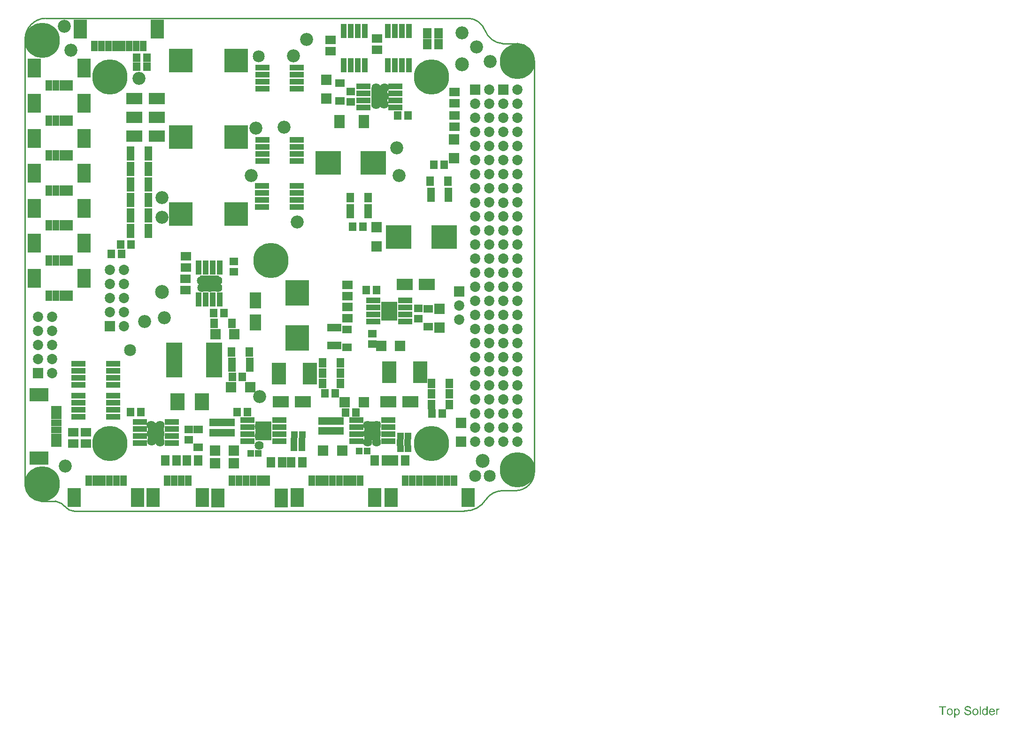
<source format=gts>
G04*
G04 #@! TF.GenerationSoftware,Altium Limited,Altium Designer,18.1.7 (191)*
G04*
G04 Layer_Color=8388736*
%FSLAX25Y25*%
%MOIN*%
G70*
G01*
G75*
%ADD11C,0.01000*%
%ADD58R,0.05731X0.06715*%
%ADD59C,0.09843*%
%ADD60R,0.17935X0.17148*%
%ADD61R,0.11203X0.13211*%
%ADD62R,0.10061X0.04156*%
%ADD63R,0.17148X0.17148*%
%ADD64R,0.11243X0.08093*%
%ADD65R,0.07400X0.06124*%
%ADD66R,0.05534X0.06124*%
%ADD67R,0.06715X0.05731*%
%ADD68R,0.09274X0.13211*%
%ADD69R,0.04550X0.07699*%
%ADD70R,0.06124X0.07400*%
%ADD71R,0.07400X0.07400*%
%ADD72R,0.10061X0.15180*%
%ADD73R,0.06124X0.05534*%
%ADD74R,0.07400X0.07400*%
%ADD75R,0.17148X0.17935*%
%ADD76R,0.04550X0.04550*%
%ADD77R,0.05731X0.10061*%
%ADD78R,0.13211X0.11203*%
%ADD79R,0.04156X0.10061*%
%ADD80R,0.10061X0.05731*%
%ADD81R,0.09900X0.12199*%
%ADD82R,0.07699X0.09668*%
%ADD83R,0.13211X0.09274*%
%ADD84R,0.07699X0.04550*%
%ADD85R,0.04943X0.04943*%
%ADD86R,0.08093X0.11243*%
%ADD87R,0.11636X0.25022*%
%ADD88C,0.25022*%
%ADD89R,0.07306X0.07306*%
%ADD90C,0.07306*%
%ADD91C,0.08487*%
%ADD92C,0.09274*%
%ADD93C,0.06400*%
G36*
X669437Y-138584D02*
X669501D01*
X669674Y-138602D01*
X669866Y-138629D01*
X670066Y-138675D01*
X670285Y-138730D01*
X670485Y-138803D01*
X670494D01*
X670512Y-138812D01*
X670540Y-138830D01*
X670576Y-138848D01*
X670667Y-138894D01*
X670786Y-138976D01*
X670922Y-139067D01*
X671059Y-139185D01*
X671187Y-139322D01*
X671305Y-139477D01*
Y-139486D01*
X671314Y-139495D01*
X671332Y-139522D01*
X671350Y-139550D01*
X671396Y-139641D01*
X671451Y-139759D01*
X671515Y-139905D01*
X671560Y-140078D01*
X671606Y-140260D01*
X671624Y-140461D01*
X670822Y-140524D01*
Y-140515D01*
Y-140497D01*
X670813Y-140470D01*
X670804Y-140424D01*
X670777Y-140324D01*
X670740Y-140187D01*
X670685Y-140041D01*
X670604Y-139896D01*
X670503Y-139759D01*
X670376Y-139631D01*
X670358Y-139622D01*
X670312Y-139586D01*
X670221Y-139531D01*
X670103Y-139477D01*
X669948Y-139422D01*
X669765Y-139367D01*
X669538Y-139331D01*
X669283Y-139322D01*
X669155D01*
X669100Y-139331D01*
X669028Y-139340D01*
X668863Y-139358D01*
X668681Y-139395D01*
X668499Y-139440D01*
X668326Y-139513D01*
X668253Y-139559D01*
X668180Y-139604D01*
X668162Y-139613D01*
X668126Y-139650D01*
X668071Y-139714D01*
X668016Y-139786D01*
X667952Y-139887D01*
X667898Y-139996D01*
X667861Y-140123D01*
X667843Y-140269D01*
Y-140287D01*
Y-140324D01*
X667852Y-140388D01*
X667871Y-140461D01*
X667898Y-140552D01*
X667943Y-140643D01*
X667998Y-140734D01*
X668080Y-140825D01*
X668089Y-140834D01*
X668135Y-140861D01*
X668171Y-140889D01*
X668208Y-140907D01*
X668262Y-140934D01*
X668326Y-140971D01*
X668408Y-140998D01*
X668499Y-141034D01*
X668599Y-141071D01*
X668718Y-141116D01*
X668845Y-141153D01*
X668991Y-141198D01*
X669155Y-141235D01*
X669337Y-141280D01*
X669346D01*
X669383Y-141289D01*
X669437Y-141299D01*
X669501Y-141317D01*
X669583Y-141335D01*
X669683Y-141362D01*
X669784Y-141390D01*
X669893Y-141417D01*
X670130Y-141481D01*
X670358Y-141545D01*
X670467Y-141581D01*
X670567Y-141618D01*
X670658Y-141645D01*
X670731Y-141681D01*
X670740D01*
X670758Y-141690D01*
X670786Y-141709D01*
X670822Y-141727D01*
X670922Y-141781D01*
X671041Y-141854D01*
X671177Y-141955D01*
X671314Y-142064D01*
X671442Y-142191D01*
X671551Y-142328D01*
X671560Y-142346D01*
X671596Y-142392D01*
X671633Y-142474D01*
X671688Y-142583D01*
X671733Y-142711D01*
X671779Y-142866D01*
X671806Y-143039D01*
X671815Y-143221D01*
Y-143230D01*
Y-143239D01*
Y-143266D01*
Y-143303D01*
X671797Y-143403D01*
X671779Y-143531D01*
X671742Y-143676D01*
X671697Y-143831D01*
X671624Y-143995D01*
X671524Y-144168D01*
Y-144177D01*
X671515Y-144186D01*
X671469Y-144241D01*
X671405Y-144323D01*
X671314Y-144414D01*
X671196Y-144524D01*
X671050Y-144642D01*
X670886Y-144751D01*
X670695Y-144852D01*
X670685D01*
X670667Y-144861D01*
X670640Y-144870D01*
X670604Y-144888D01*
X670549Y-144906D01*
X670485Y-144933D01*
X670339Y-144970D01*
X670166Y-145016D01*
X669957Y-145061D01*
X669729Y-145088D01*
X669483Y-145097D01*
X669337D01*
X669264Y-145088D01*
X669182D01*
X669091Y-145079D01*
X668982Y-145070D01*
X668754Y-145034D01*
X668517Y-144997D01*
X668281Y-144933D01*
X668053Y-144852D01*
X668044D01*
X668025Y-144842D01*
X667998Y-144824D01*
X667962Y-144806D01*
X667852Y-144751D01*
X667725Y-144669D01*
X667579Y-144560D01*
X667424Y-144432D01*
X667278Y-144278D01*
X667142Y-144105D01*
Y-144095D01*
X667124Y-144077D01*
X667114Y-144050D01*
X667087Y-144013D01*
X667069Y-143968D01*
X667041Y-143913D01*
X666978Y-143777D01*
X666914Y-143604D01*
X666859Y-143412D01*
X666823Y-143193D01*
X666805Y-142966D01*
X667588Y-142893D01*
Y-142902D01*
Y-142911D01*
X667597Y-142938D01*
Y-142975D01*
X667615Y-143057D01*
X667643Y-143175D01*
X667679Y-143294D01*
X667716Y-143430D01*
X667779Y-143558D01*
X667843Y-143676D01*
X667852Y-143685D01*
X667880Y-143722D01*
X667925Y-143786D01*
X667998Y-143850D01*
X668089Y-143931D01*
X668189Y-144013D01*
X668326Y-144095D01*
X668472Y-144168D01*
X668481D01*
X668490Y-144177D01*
X668517Y-144186D01*
X668545Y-144196D01*
X668636Y-144223D01*
X668754Y-144259D01*
X668900Y-144296D01*
X669064Y-144323D01*
X669246Y-144341D01*
X669447Y-144351D01*
X669528D01*
X669620Y-144341D01*
X669729Y-144332D01*
X669857Y-144314D01*
X670002Y-144296D01*
X670148Y-144259D01*
X670285Y-144214D01*
X670303Y-144205D01*
X670348Y-144186D01*
X670412Y-144150D01*
X670494Y-144114D01*
X670576Y-144050D01*
X670667Y-143986D01*
X670758Y-143913D01*
X670831Y-143822D01*
X670840Y-143813D01*
X670859Y-143777D01*
X670886Y-143731D01*
X670922Y-143658D01*
X670959Y-143585D01*
X670986Y-143494D01*
X671004Y-143394D01*
X671013Y-143285D01*
Y-143275D01*
Y-143230D01*
X671004Y-143175D01*
X670995Y-143102D01*
X670968Y-143029D01*
X670941Y-142938D01*
X670895Y-142847D01*
X670831Y-142765D01*
X670822Y-142756D01*
X670795Y-142729D01*
X670758Y-142692D01*
X670695Y-142638D01*
X670622Y-142583D01*
X670521Y-142519D01*
X670403Y-142456D01*
X670266Y-142401D01*
X670257Y-142392D01*
X670212Y-142383D01*
X670139Y-142355D01*
X670093Y-142346D01*
X670030Y-142328D01*
X669966Y-142301D01*
X669884Y-142282D01*
X669793Y-142255D01*
X669683Y-142228D01*
X669574Y-142201D01*
X669447Y-142164D01*
X669301Y-142128D01*
X669146Y-142091D01*
X669137D01*
X669109Y-142082D01*
X669064Y-142073D01*
X669009Y-142055D01*
X668936Y-142037D01*
X668854Y-142018D01*
X668672Y-141964D01*
X668472Y-141900D01*
X668262Y-141836D01*
X668080Y-141772D01*
X667998Y-141736D01*
X667925Y-141700D01*
X667916D01*
X667907Y-141690D01*
X667852Y-141654D01*
X667770Y-141608D01*
X667679Y-141535D01*
X667570Y-141454D01*
X667461Y-141353D01*
X667351Y-141235D01*
X667260Y-141107D01*
X667251Y-141089D01*
X667224Y-141044D01*
X667187Y-140971D01*
X667151Y-140880D01*
X667114Y-140761D01*
X667078Y-140624D01*
X667051Y-140479D01*
X667041Y-140324D01*
Y-140315D01*
Y-140306D01*
Y-140278D01*
Y-140242D01*
X667060Y-140151D01*
X667078Y-140032D01*
X667105Y-139896D01*
X667151Y-139741D01*
X667215Y-139586D01*
X667306Y-139431D01*
Y-139422D01*
X667315Y-139413D01*
X667360Y-139358D01*
X667424Y-139285D01*
X667506Y-139194D01*
X667615Y-139094D01*
X667752Y-138985D01*
X667916Y-138884D01*
X668098Y-138793D01*
X668107D01*
X668126Y-138784D01*
X668153Y-138775D01*
X668189Y-138757D01*
X668235Y-138739D01*
X668299Y-138721D01*
X668435Y-138684D01*
X668608Y-138648D01*
X668809Y-138611D01*
X669018Y-138584D01*
X669255Y-138575D01*
X669374D01*
X669437Y-138584D01*
D02*
G37*
G36*
X683394Y-144988D02*
X682674D01*
Y-144414D01*
X682665Y-144423D01*
X682656Y-144442D01*
X682629Y-144478D01*
X682592Y-144524D01*
X682547Y-144569D01*
X682492Y-144624D01*
X682428Y-144688D01*
X682346Y-144751D01*
X682264Y-144815D01*
X682173Y-144879D01*
X682064Y-144933D01*
X681946Y-144979D01*
X681827Y-145025D01*
X681690Y-145061D01*
X681545Y-145079D01*
X681390Y-145088D01*
X681335D01*
X681299Y-145079D01*
X681189Y-145070D01*
X681062Y-145052D01*
X680907Y-145016D01*
X680734Y-144961D01*
X680561Y-144888D01*
X680388Y-144788D01*
X680378D01*
X680369Y-144770D01*
X680315Y-144733D01*
X680233Y-144660D01*
X680133Y-144569D01*
X680014Y-144451D01*
X679896Y-144305D01*
X679777Y-144141D01*
X679677Y-143950D01*
Y-143941D01*
X679668Y-143922D01*
X679659Y-143895D01*
X679641Y-143859D01*
X679622Y-143804D01*
X679595Y-143740D01*
X679577Y-143676D01*
X679559Y-143594D01*
X679513Y-143412D01*
X679468Y-143203D01*
X679440Y-142966D01*
X679431Y-142711D01*
Y-142702D01*
Y-142683D01*
Y-142647D01*
Y-142592D01*
X679440Y-142538D01*
Y-142465D01*
X679458Y-142301D01*
X679486Y-142109D01*
X679531Y-141900D01*
X679586Y-141681D01*
X679659Y-141472D01*
Y-141463D01*
X679668Y-141444D01*
X679686Y-141417D01*
X679704Y-141381D01*
X679759Y-141280D01*
X679832Y-141153D01*
X679923Y-141016D01*
X680042Y-140880D01*
X680178Y-140734D01*
X680342Y-140615D01*
X680351D01*
X680360Y-140606D01*
X680388Y-140588D01*
X680424Y-140570D01*
X680515Y-140524D01*
X680643Y-140461D01*
X680789Y-140406D01*
X680962Y-140360D01*
X681153Y-140324D01*
X681353Y-140315D01*
X681426D01*
X681499Y-140324D01*
X681599Y-140333D01*
X681718Y-140360D01*
X681845Y-140388D01*
X681973Y-140433D01*
X682091Y-140497D01*
X682109Y-140506D01*
X682146Y-140524D01*
X682201Y-140570D01*
X682273Y-140615D01*
X682365Y-140679D01*
X682446Y-140761D01*
X682538Y-140843D01*
X682620Y-140943D01*
Y-138684D01*
X683394D01*
Y-144988D01*
D02*
G37*
G36*
X661803Y-140324D02*
X661867Y-140333D01*
X662004Y-140351D01*
X662168Y-140388D01*
X662341Y-140442D01*
X662514Y-140524D01*
X662687Y-140624D01*
X662696D01*
X662705Y-140643D01*
X662760Y-140679D01*
X662842Y-140752D01*
X662942Y-140843D01*
X663051Y-140962D01*
X663161Y-141107D01*
X663270Y-141280D01*
X663361Y-141472D01*
Y-141481D01*
X663370Y-141499D01*
X663379Y-141526D01*
X663398Y-141563D01*
X663416Y-141618D01*
X663434Y-141681D01*
X663480Y-141827D01*
X663525Y-142009D01*
X663561Y-142210D01*
X663589Y-142437D01*
X663598Y-142674D01*
Y-142683D01*
Y-142702D01*
Y-142738D01*
Y-142793D01*
X663589Y-142857D01*
Y-142929D01*
X663571Y-143093D01*
X663534Y-143294D01*
X663489Y-143503D01*
X663425Y-143722D01*
X663343Y-143941D01*
Y-143950D01*
X663334Y-143968D01*
X663315Y-143995D01*
X663297Y-144032D01*
X663234Y-144132D01*
X663152Y-144259D01*
X663051Y-144396D01*
X662924Y-144533D01*
X662778Y-144669D01*
X662605Y-144797D01*
X662596D01*
X662587Y-144806D01*
X662559Y-144824D01*
X662523Y-144842D01*
X662432Y-144888D01*
X662304Y-144943D01*
X662149Y-144997D01*
X661985Y-145043D01*
X661794Y-145079D01*
X661603Y-145088D01*
X661539D01*
X661466Y-145079D01*
X661375Y-145070D01*
X661266Y-145052D01*
X661147Y-145025D01*
X661029Y-144988D01*
X660911Y-144933D01*
X660901Y-144924D01*
X660856Y-144906D01*
X660801Y-144870D01*
X660728Y-144815D01*
X660655Y-144760D01*
X660564Y-144688D01*
X660482Y-144606D01*
X660409Y-144515D01*
Y-146737D01*
X659635D01*
Y-140415D01*
X660336D01*
Y-141016D01*
X660346Y-140998D01*
X660382Y-140962D01*
X660428Y-140898D01*
X660500Y-140825D01*
X660582Y-140734D01*
X660674Y-140652D01*
X660783Y-140570D01*
X660892Y-140497D01*
X660911Y-140488D01*
X660947Y-140470D01*
X661020Y-140442D01*
X661111Y-140406D01*
X661220Y-140369D01*
X661348Y-140342D01*
X661493Y-140324D01*
X661657Y-140315D01*
X661758D01*
X661803Y-140324D01*
D02*
G37*
G36*
X691347D02*
X691447Y-140342D01*
X691566Y-140378D01*
X691693Y-140424D01*
X691839Y-140488D01*
X691994Y-140570D01*
X691711Y-141280D01*
X691702Y-141271D01*
X691666Y-141253D01*
X691611Y-141226D01*
X691538Y-141198D01*
X691456Y-141171D01*
X691356Y-141144D01*
X691256Y-141126D01*
X691156Y-141116D01*
X691110D01*
X691065Y-141126D01*
X691001Y-141135D01*
X690937Y-141153D01*
X690855Y-141180D01*
X690773Y-141217D01*
X690700Y-141271D01*
X690691Y-141280D01*
X690664Y-141299D01*
X690636Y-141335D01*
X690591Y-141381D01*
X690545Y-141444D01*
X690500Y-141517D01*
X690454Y-141599D01*
X690418Y-141700D01*
X690409Y-141718D01*
X690400Y-141772D01*
X690381Y-141854D01*
X690354Y-141964D01*
X690327Y-142100D01*
X690308Y-142255D01*
X690299Y-142419D01*
X690290Y-142601D01*
Y-144988D01*
X689516D01*
Y-140415D01*
X690217D01*
Y-141107D01*
X690227Y-141098D01*
X690263Y-141034D01*
X690308Y-140953D01*
X690381Y-140852D01*
X690454Y-140752D01*
X690536Y-140643D01*
X690618Y-140552D01*
X690700Y-140479D01*
X690709Y-140470D01*
X690737Y-140451D01*
X690791Y-140424D01*
X690846Y-140397D01*
X690919Y-140369D01*
X691010Y-140342D01*
X691101Y-140324D01*
X691201Y-140315D01*
X691265D01*
X691347Y-140324D01*
D02*
G37*
G36*
X678520Y-144988D02*
X677746D01*
Y-138684D01*
X678520D01*
Y-144988D01*
D02*
G37*
G36*
X653969Y-139431D02*
X651892D01*
Y-144988D01*
X651053D01*
Y-139431D01*
X648976D01*
Y-138684D01*
X653969D01*
Y-139431D01*
D02*
G37*
G36*
X686646Y-140324D02*
X686719Y-140333D01*
X686810Y-140351D01*
X686910Y-140369D01*
X687029Y-140397D01*
X687138Y-140424D01*
X687266Y-140470D01*
X687384Y-140515D01*
X687512Y-140579D01*
X687639Y-140652D01*
X687767Y-140734D01*
X687885Y-140834D01*
X687994Y-140943D01*
X688004Y-140953D01*
X688022Y-140971D01*
X688049Y-141007D01*
X688086Y-141062D01*
X688131Y-141126D01*
X688177Y-141198D01*
X688231Y-141289D01*
X688286Y-141399D01*
X688341Y-141517D01*
X688395Y-141645D01*
X688441Y-141791D01*
X688486Y-141946D01*
X688523Y-142119D01*
X688550Y-142301D01*
X688568Y-142492D01*
X688578Y-142702D01*
Y-142711D01*
Y-142747D01*
Y-142811D01*
X688568Y-142902D01*
X685152D01*
Y-142911D01*
Y-142938D01*
X685161Y-142975D01*
Y-143029D01*
X685170Y-143093D01*
X685189Y-143166D01*
X685216Y-143330D01*
X685271Y-143512D01*
X685344Y-143713D01*
X685444Y-143895D01*
X685571Y-144059D01*
X685580D01*
X685590Y-144077D01*
X685644Y-144123D01*
X685726Y-144186D01*
X685835Y-144250D01*
X685981Y-144323D01*
X686145Y-144387D01*
X686327Y-144432D01*
X686428Y-144442D01*
X686537Y-144451D01*
X686610D01*
X686692Y-144442D01*
X686792Y-144423D01*
X686901Y-144396D01*
X687029Y-144360D01*
X687147Y-144305D01*
X687266Y-144232D01*
X687275Y-144223D01*
X687320Y-144186D01*
X687375Y-144132D01*
X687439Y-144059D01*
X687512Y-143959D01*
X687594Y-143831D01*
X687676Y-143685D01*
X687748Y-143512D01*
X688550Y-143613D01*
Y-143622D01*
X688541Y-143640D01*
X688532Y-143676D01*
X688514Y-143731D01*
X688486Y-143786D01*
X688459Y-143859D01*
X688386Y-144013D01*
X688295Y-144186D01*
X688168Y-144369D01*
X688022Y-144542D01*
X687840Y-144706D01*
X687830D01*
X687812Y-144724D01*
X687785Y-144742D01*
X687748Y-144770D01*
X687694Y-144797D01*
X687639Y-144824D01*
X687566Y-144861D01*
X687484Y-144897D01*
X687393Y-144933D01*
X687302Y-144970D01*
X687074Y-145025D01*
X686819Y-145070D01*
X686537Y-145088D01*
X686437D01*
X686373Y-145079D01*
X686291Y-145070D01*
X686191Y-145052D01*
X686081Y-145034D01*
X685963Y-145016D01*
X685708Y-144943D01*
X685571Y-144888D01*
X685444Y-144833D01*
X685307Y-144760D01*
X685180Y-144678D01*
X685061Y-144587D01*
X684943Y-144478D01*
X684934Y-144469D01*
X684915Y-144451D01*
X684888Y-144414D01*
X684852Y-144360D01*
X684806Y-144296D01*
X684761Y-144223D01*
X684706Y-144132D01*
X684651Y-144032D01*
X684596Y-143913D01*
X684542Y-143786D01*
X684496Y-143640D01*
X684451Y-143485D01*
X684414Y-143321D01*
X684387Y-143139D01*
X684369Y-142948D01*
X684360Y-142747D01*
Y-142738D01*
Y-142692D01*
Y-142638D01*
X684369Y-142556D01*
X684378Y-142456D01*
X684387Y-142346D01*
X684405Y-142219D01*
X684433Y-142091D01*
X684505Y-141800D01*
X684551Y-141654D01*
X684606Y-141499D01*
X684679Y-141353D01*
X684761Y-141217D01*
X684852Y-141080D01*
X684952Y-140953D01*
X684961Y-140943D01*
X684979Y-140925D01*
X685015Y-140898D01*
X685061Y-140852D01*
X685116Y-140807D01*
X685189Y-140752D01*
X685271Y-140688D01*
X685371Y-140634D01*
X685471Y-140570D01*
X685590Y-140515D01*
X685717Y-140461D01*
X685854Y-140415D01*
X685999Y-140369D01*
X686154Y-140342D01*
X686318Y-140324D01*
X686491Y-140315D01*
X686583D01*
X686646Y-140324D01*
D02*
G37*
G36*
X674867D02*
X674949Y-140333D01*
X675040Y-140351D01*
X675140Y-140369D01*
X675259Y-140388D01*
X675505Y-140470D01*
X675632Y-140515D01*
X675760Y-140579D01*
X675887Y-140643D01*
X676015Y-140734D01*
X676133Y-140825D01*
X676252Y-140934D01*
X676261Y-140943D01*
X676279Y-140962D01*
X676306Y-140998D01*
X676343Y-141044D01*
X676388Y-141107D01*
X676443Y-141189D01*
X676498Y-141280D01*
X676552Y-141381D01*
X676607Y-141490D01*
X676662Y-141627D01*
X676716Y-141763D01*
X676762Y-141918D01*
X676798Y-142082D01*
X676826Y-142255D01*
X676844Y-142437D01*
X676853Y-142638D01*
Y-142647D01*
Y-142674D01*
Y-142720D01*
Y-142784D01*
X676844Y-142857D01*
X676835Y-142948D01*
Y-143039D01*
X676817Y-143139D01*
X676789Y-143367D01*
X676735Y-143594D01*
X676671Y-143822D01*
X676580Y-144032D01*
Y-144041D01*
X676571Y-144050D01*
X676552Y-144077D01*
X676534Y-144114D01*
X676470Y-144205D01*
X676388Y-144314D01*
X676279Y-144442D01*
X676142Y-144569D01*
X675987Y-144697D01*
X675805Y-144815D01*
X675796D01*
X675787Y-144824D01*
X675760Y-144842D01*
X675714Y-144861D01*
X675669Y-144879D01*
X675614Y-144897D01*
X675477Y-144952D01*
X675322Y-144997D01*
X675131Y-145043D01*
X674931Y-145079D01*
X674712Y-145088D01*
X674621D01*
X674548Y-145079D01*
X674466Y-145070D01*
X674375Y-145052D01*
X674266Y-145034D01*
X674156Y-145016D01*
X673911Y-144943D01*
X673774Y-144888D01*
X673646Y-144833D01*
X673519Y-144760D01*
X673391Y-144678D01*
X673273Y-144587D01*
X673154Y-144478D01*
X673145Y-144469D01*
X673127Y-144451D01*
X673100Y-144414D01*
X673063Y-144360D01*
X673018Y-144296D01*
X672972Y-144223D01*
X672918Y-144132D01*
X672863Y-144023D01*
X672808Y-143904D01*
X672753Y-143767D01*
X672708Y-143622D01*
X672662Y-143467D01*
X672626Y-143294D01*
X672599Y-143112D01*
X672580Y-142911D01*
X672571Y-142702D01*
Y-142683D01*
Y-142647D01*
X672580Y-142583D01*
Y-142492D01*
X672589Y-142392D01*
X672608Y-142264D01*
X672626Y-142137D01*
X672662Y-141991D01*
X672699Y-141845D01*
X672744Y-141690D01*
X672799Y-141526D01*
X672872Y-141372D01*
X672945Y-141226D01*
X673045Y-141080D01*
X673145Y-140943D01*
X673273Y-140825D01*
X673282Y-140816D01*
X673300Y-140807D01*
X673337Y-140779D01*
X673382Y-140743D01*
X673437Y-140707D01*
X673510Y-140661D01*
X673583Y-140615D01*
X673674Y-140570D01*
X673774Y-140524D01*
X673883Y-140479D01*
X674129Y-140397D01*
X674411Y-140333D01*
X674557Y-140324D01*
X674712Y-140315D01*
X674803D01*
X674867Y-140324D01*
D02*
G37*
G36*
X656738D02*
X656820Y-140333D01*
X656911Y-140351D01*
X657011Y-140369D01*
X657130Y-140388D01*
X657376Y-140470D01*
X657503Y-140515D01*
X657631Y-140579D01*
X657758Y-140643D01*
X657886Y-140734D01*
X658004Y-140825D01*
X658123Y-140934D01*
X658132Y-140943D01*
X658150Y-140962D01*
X658178Y-140998D01*
X658214Y-141044D01*
X658259Y-141107D01*
X658314Y-141189D01*
X658369Y-141280D01*
X658423Y-141381D01*
X658478Y-141490D01*
X658533Y-141627D01*
X658587Y-141763D01*
X658633Y-141918D01*
X658669Y-142082D01*
X658697Y-142255D01*
X658715Y-142437D01*
X658724Y-142638D01*
Y-142647D01*
Y-142674D01*
Y-142720D01*
Y-142784D01*
X658715Y-142857D01*
X658706Y-142948D01*
Y-143039D01*
X658688Y-143139D01*
X658660Y-143367D01*
X658606Y-143594D01*
X658542Y-143822D01*
X658451Y-144032D01*
Y-144041D01*
X658442Y-144050D01*
X658423Y-144077D01*
X658405Y-144114D01*
X658342Y-144205D01*
X658259Y-144314D01*
X658150Y-144442D01*
X658013Y-144569D01*
X657859Y-144697D01*
X657676Y-144815D01*
X657667D01*
X657658Y-144824D01*
X657631Y-144842D01*
X657585Y-144861D01*
X657540Y-144879D01*
X657485Y-144897D01*
X657348Y-144952D01*
X657194Y-144997D01*
X657002Y-145043D01*
X656802Y-145079D01*
X656583Y-145088D01*
X656492D01*
X656419Y-145079D01*
X656337Y-145070D01*
X656246Y-145052D01*
X656137Y-145034D01*
X656028Y-145016D01*
X655782Y-144943D01*
X655645Y-144888D01*
X655517Y-144833D01*
X655390Y-144760D01*
X655262Y-144678D01*
X655144Y-144587D01*
X655025Y-144478D01*
X655016Y-144469D01*
X654998Y-144451D01*
X654971Y-144414D01*
X654934Y-144360D01*
X654889Y-144296D01*
X654843Y-144223D01*
X654789Y-144132D01*
X654734Y-144023D01*
X654679Y-143904D01*
X654625Y-143767D01*
X654579Y-143622D01*
X654533Y-143467D01*
X654497Y-143294D01*
X654470Y-143112D01*
X654452Y-142911D01*
X654442Y-142702D01*
Y-142683D01*
Y-142647D01*
X654452Y-142583D01*
Y-142492D01*
X654461Y-142392D01*
X654479Y-142264D01*
X654497Y-142137D01*
X654533Y-141991D01*
X654570Y-141845D01*
X654615Y-141690D01*
X654670Y-141526D01*
X654743Y-141372D01*
X654816Y-141226D01*
X654916Y-141080D01*
X655016Y-140943D01*
X655144Y-140825D01*
X655153Y-140816D01*
X655171Y-140807D01*
X655208Y-140779D01*
X655253Y-140743D01*
X655308Y-140707D01*
X655381Y-140661D01*
X655454Y-140615D01*
X655545Y-140570D01*
X655645Y-140524D01*
X655754Y-140479D01*
X656000Y-140397D01*
X656283Y-140333D01*
X656428Y-140324D01*
X656583Y-140315D01*
X656674D01*
X656738Y-140324D01*
D02*
G37*
%LPC*%
G36*
X681435Y-140953D02*
X681390D01*
X681353Y-140962D01*
X681253Y-140971D01*
X681135Y-141007D01*
X680998Y-141053D01*
X680852Y-141135D01*
X680707Y-141235D01*
X680634Y-141308D01*
X680570Y-141381D01*
Y-141390D01*
X680552Y-141399D01*
X680543Y-141426D01*
X680515Y-141463D01*
X680488Y-141508D01*
X680461Y-141563D01*
X680433Y-141627D01*
X680397Y-141700D01*
X680360Y-141791D01*
X680333Y-141891D01*
X680306Y-142000D01*
X680278Y-142119D01*
X680260Y-142246D01*
X680242Y-142392D01*
X680224Y-142547D01*
Y-142711D01*
Y-142720D01*
Y-142747D01*
Y-142793D01*
X680233Y-142857D01*
Y-142929D01*
X680242Y-143011D01*
X680269Y-143203D01*
X680315Y-143412D01*
X680378Y-143631D01*
X680470Y-143840D01*
X680524Y-143931D01*
X680588Y-144023D01*
X680597D01*
X680606Y-144041D01*
X680652Y-144086D01*
X680734Y-144159D01*
X680834Y-144232D01*
X680962Y-144314D01*
X681116Y-144387D01*
X681280Y-144432D01*
X681371Y-144442D01*
X681463Y-144451D01*
X681508D01*
X681545Y-144442D01*
X681645Y-144432D01*
X681763Y-144396D01*
X681900Y-144351D01*
X682046Y-144278D01*
X682191Y-144177D01*
X682264Y-144114D01*
X682328Y-144041D01*
Y-144032D01*
X682346Y-144023D01*
X682365Y-143995D01*
X682383Y-143959D01*
X682410Y-143913D01*
X682446Y-143868D01*
X682474Y-143795D01*
X682510Y-143722D01*
X682547Y-143640D01*
X682574Y-143549D01*
X682611Y-143439D01*
X682638Y-143330D01*
X682656Y-143203D01*
X682674Y-143075D01*
X682692Y-142929D01*
Y-142774D01*
Y-142765D01*
Y-142729D01*
Y-142683D01*
X682683Y-142620D01*
Y-142547D01*
X682674Y-142456D01*
X682665Y-142355D01*
X682647Y-142246D01*
X682601Y-142027D01*
X682538Y-141800D01*
X682446Y-141581D01*
X682392Y-141490D01*
X682328Y-141399D01*
Y-141390D01*
X682310Y-141381D01*
X682264Y-141326D01*
X682182Y-141253D01*
X682082Y-141171D01*
X681955Y-141089D01*
X681800Y-141025D01*
X681627Y-140971D01*
X681535Y-140962D01*
X681435Y-140953D01*
D02*
G37*
G36*
X661585Y-140925D02*
X661539D01*
X661503Y-140934D01*
X661412Y-140953D01*
X661293Y-140980D01*
X661157Y-141034D01*
X661011Y-141116D01*
X660929Y-141171D01*
X660856Y-141235D01*
X660783Y-141308D01*
X660710Y-141390D01*
Y-141399D01*
X660692Y-141408D01*
X660674Y-141435D01*
X660655Y-141472D01*
X660628Y-141526D01*
X660592Y-141581D01*
X660555Y-141654D01*
X660528Y-141727D01*
X660491Y-141818D01*
X660455Y-141918D01*
X660428Y-142027D01*
X660391Y-142146D01*
X660373Y-142282D01*
X660355Y-142419D01*
X660336Y-142565D01*
Y-142729D01*
Y-142738D01*
Y-142765D01*
Y-142811D01*
X660346Y-142875D01*
Y-142948D01*
X660355Y-143029D01*
X660382Y-143221D01*
X660428Y-143439D01*
X660482Y-143649D01*
X660573Y-143859D01*
X660628Y-143950D01*
X660692Y-144032D01*
X660710Y-144050D01*
X660756Y-144095D01*
X660828Y-144168D01*
X660929Y-144241D01*
X661056Y-144314D01*
X661202Y-144387D01*
X661366Y-144432D01*
X661457Y-144442D01*
X661548Y-144451D01*
X661603D01*
X661639Y-144442D01*
X661730Y-144423D01*
X661858Y-144396D01*
X661995Y-144341D01*
X662140Y-144269D01*
X662286Y-144159D01*
X662359Y-144095D01*
X662432Y-144023D01*
Y-144013D01*
X662450Y-144004D01*
X662468Y-143977D01*
X662487Y-143941D01*
X662523Y-143895D01*
X662550Y-143831D01*
X662587Y-143767D01*
X662623Y-143685D01*
X662650Y-143604D01*
X662687Y-143494D01*
X662723Y-143385D01*
X662751Y-143266D01*
X662769Y-143130D01*
X662787Y-142984D01*
X662805Y-142829D01*
Y-142665D01*
Y-142656D01*
Y-142629D01*
Y-142583D01*
X662796Y-142519D01*
Y-142446D01*
X662787Y-142365D01*
X662760Y-142173D01*
X662714Y-141964D01*
X662650Y-141754D01*
X662559Y-141545D01*
X662505Y-141444D01*
X662441Y-141362D01*
Y-141353D01*
X662423Y-141344D01*
X662377Y-141289D01*
X662304Y-141226D01*
X662204Y-141144D01*
X662077Y-141062D01*
X661931Y-140989D01*
X661767Y-140943D01*
X661676Y-140934D01*
X661585Y-140925D01*
D02*
G37*
G36*
X686501Y-140953D02*
X686446D01*
X686409Y-140962D01*
X686309Y-140971D01*
X686191Y-140998D01*
X686045Y-141044D01*
X685890Y-141107D01*
X685744Y-141198D01*
X685599Y-141317D01*
X685580Y-141335D01*
X685544Y-141381D01*
X685480Y-141463D01*
X685416Y-141572D01*
X685344Y-141700D01*
X685280Y-141864D01*
X685225Y-142055D01*
X685198Y-142264D01*
X687758D01*
Y-142255D01*
Y-142237D01*
X687748Y-142210D01*
Y-142173D01*
X687730Y-142064D01*
X687703Y-141946D01*
X687657Y-141800D01*
X687612Y-141663D01*
X687539Y-141526D01*
X687457Y-141408D01*
Y-141399D01*
X687439Y-141390D01*
X687393Y-141335D01*
X687311Y-141262D01*
X687202Y-141180D01*
X687065Y-141098D01*
X686901Y-141025D01*
X686710Y-140971D01*
X686610Y-140962D01*
X686501Y-140953D01*
D02*
G37*
G36*
X674712D02*
X674657D01*
X674612Y-140962D01*
X674512Y-140971D01*
X674375Y-141007D01*
X674220Y-141062D01*
X674056Y-141135D01*
X673901Y-141244D01*
X673819Y-141317D01*
X673746Y-141390D01*
Y-141399D01*
X673728Y-141408D01*
X673710Y-141435D01*
X673683Y-141472D01*
X673655Y-141517D01*
X673628Y-141572D01*
X673592Y-141645D01*
X673555Y-141718D01*
X673519Y-141809D01*
X673482Y-141900D01*
X673455Y-142009D01*
X673428Y-142128D01*
X673400Y-142255D01*
X673382Y-142392D01*
X673373Y-142547D01*
X673364Y-142702D01*
Y-142711D01*
Y-142738D01*
Y-142784D01*
X673373Y-142847D01*
Y-142920D01*
X673382Y-143002D01*
X673409Y-143193D01*
X673455Y-143412D01*
X673528Y-143631D01*
X673619Y-143840D01*
X673683Y-143931D01*
X673746Y-144023D01*
X673756D01*
X673765Y-144041D01*
X673819Y-144086D01*
X673901Y-144159D01*
X674011Y-144232D01*
X674147Y-144314D01*
X674311Y-144387D01*
X674503Y-144432D01*
X674603Y-144442D01*
X674712Y-144451D01*
X674767D01*
X674812Y-144442D01*
X674913Y-144423D01*
X675049Y-144396D01*
X675195Y-144341D01*
X675359Y-144269D01*
X675514Y-144159D01*
X675596Y-144086D01*
X675669Y-144013D01*
X675678Y-144004D01*
X675687Y-143995D01*
X675705Y-143968D01*
X675732Y-143931D01*
X675760Y-143886D01*
X675796Y-143831D01*
X675833Y-143758D01*
X675869Y-143685D01*
X675906Y-143594D01*
X675933Y-143494D01*
X675969Y-143385D01*
X675997Y-143266D01*
X676024Y-143130D01*
X676042Y-142993D01*
X676060Y-142838D01*
Y-142674D01*
Y-142665D01*
Y-142638D01*
Y-142592D01*
X676051Y-142538D01*
Y-142465D01*
X676042Y-142383D01*
X676015Y-142191D01*
X675969Y-141991D01*
X675896Y-141772D01*
X675796Y-141572D01*
X675742Y-141472D01*
X675669Y-141390D01*
Y-141381D01*
X675651Y-141372D01*
X675596Y-141317D01*
X675514Y-141253D01*
X675405Y-141171D01*
X675268Y-141089D01*
X675104Y-141016D01*
X674922Y-140971D01*
X674822Y-140962D01*
X674712Y-140953D01*
D02*
G37*
G36*
X656583D02*
X656529D01*
X656483Y-140962D01*
X656383Y-140971D01*
X656246Y-141007D01*
X656091Y-141062D01*
X655927Y-141135D01*
X655772Y-141244D01*
X655690Y-141317D01*
X655618Y-141390D01*
Y-141399D01*
X655599Y-141408D01*
X655581Y-141435D01*
X655554Y-141472D01*
X655526Y-141517D01*
X655499Y-141572D01*
X655463Y-141645D01*
X655426Y-141718D01*
X655390Y-141809D01*
X655353Y-141900D01*
X655326Y-142009D01*
X655299Y-142128D01*
X655271Y-142255D01*
X655253Y-142392D01*
X655244Y-142547D01*
X655235Y-142702D01*
Y-142711D01*
Y-142738D01*
Y-142784D01*
X655244Y-142847D01*
Y-142920D01*
X655253Y-143002D01*
X655280Y-143193D01*
X655326Y-143412D01*
X655399Y-143631D01*
X655490Y-143840D01*
X655554Y-143931D01*
X655618Y-144023D01*
X655627D01*
X655636Y-144041D01*
X655690Y-144086D01*
X655772Y-144159D01*
X655882Y-144232D01*
X656018Y-144314D01*
X656182Y-144387D01*
X656374Y-144432D01*
X656474Y-144442D01*
X656583Y-144451D01*
X656638D01*
X656683Y-144442D01*
X656784Y-144423D01*
X656920Y-144396D01*
X657066Y-144341D01*
X657230Y-144269D01*
X657385Y-144159D01*
X657467Y-144086D01*
X657540Y-144013D01*
X657549Y-144004D01*
X657558Y-143995D01*
X657576Y-143968D01*
X657604Y-143931D01*
X657631Y-143886D01*
X657667Y-143831D01*
X657704Y-143758D01*
X657740Y-143685D01*
X657777Y-143594D01*
X657804Y-143494D01*
X657840Y-143385D01*
X657868Y-143266D01*
X657895Y-143130D01*
X657913Y-142993D01*
X657932Y-142838D01*
Y-142674D01*
Y-142665D01*
Y-142638D01*
Y-142592D01*
X657922Y-142538D01*
Y-142465D01*
X657913Y-142383D01*
X657886Y-142191D01*
X657840Y-141991D01*
X657767Y-141772D01*
X657667Y-141572D01*
X657613Y-141472D01*
X657540Y-141390D01*
Y-141381D01*
X657522Y-141372D01*
X657467Y-141317D01*
X657385Y-141253D01*
X657276Y-141171D01*
X657139Y-141089D01*
X656975Y-141016D01*
X656793Y-140971D01*
X656693Y-140962D01*
X656583Y-140953D01*
D02*
G37*
%LPD*%
D11*
X14449Y349882D02*
G03*
X45Y335005I609J-15002D01*
G01*
X326575Y341220D02*
G03*
X314724Y349882I-12571J-4763D01*
G01*
X326575Y341339D02*
G03*
X338898Y331928I13326J4677D01*
G01*
X361631Y319611D02*
G03*
X349410Y331906I-12330J-35D01*
G01*
X339435Y14356D02*
G03*
X327284Y8150I-253J-14503D01*
G01*
X348242Y14356D02*
G03*
X361631Y27953I-102J13490D01*
G01*
X311967Y-72D02*
G03*
X327284Y8150I575J17307D01*
G01*
X29278Y2252D02*
G03*
X34488Y-72I4950J4095D01*
G01*
X29278Y2252D02*
G03*
X21524Y6947I-10086J-7908D01*
G01*
X39Y18032D02*
G03*
X11317Y6947I11796J722D01*
G01*
X39Y18032D02*
Y334880D01*
X14449Y349882D02*
X16575D01*
X314724D01*
X338898Y331928D02*
X349301D01*
X361631Y27953D02*
X361631Y319611D01*
X339181Y14356D02*
X348242D01*
X34488Y-72D02*
X311967Y-72D01*
X11317Y6947D02*
X21524D01*
D58*
X159315Y112820D02*
D03*
X146716D02*
D03*
X243646Y222465D02*
D03*
X231047D02*
D03*
X301283Y90615D02*
D03*
X288685D02*
D03*
X287583Y234276D02*
D03*
X300181D02*
D03*
X223961Y90457D02*
D03*
X211362D02*
D03*
X146739Y133086D02*
D03*
X134141D02*
D03*
X301323Y83095D02*
D03*
X288724D02*
D03*
X301323Y75654D02*
D03*
X288724D02*
D03*
X223961Y97800D02*
D03*
X211362D02*
D03*
X223961Y105142D02*
D03*
X211362D02*
D03*
D59*
X324961Y35354D02*
D03*
X97087Y155472D02*
D03*
X310079Y317008D02*
D03*
D60*
X265220Y194434D02*
D03*
X297504D02*
D03*
X215063Y247308D02*
D03*
X247346D02*
D03*
D61*
X246500Y56855D02*
D03*
X92799Y55753D02*
D03*
X258432Y141934D02*
D03*
X251697Y293981D02*
D03*
X169098Y56855D02*
D03*
D62*
X235181Y64355D02*
D03*
Y59355D02*
D03*
Y54355D02*
D03*
Y49355D02*
D03*
X257819Y64355D02*
D03*
Y59355D02*
D03*
Y54355D02*
D03*
Y49355D02*
D03*
X168429Y314749D02*
D03*
Y309749D02*
D03*
Y304749D02*
D03*
Y299749D02*
D03*
X192858Y314749D02*
D03*
Y309749D02*
D03*
Y304749D02*
D03*
Y299749D02*
D03*
X168587Y263552D02*
D03*
Y258552D02*
D03*
Y253552D02*
D03*
Y248552D02*
D03*
X193016Y263552D02*
D03*
Y258552D02*
D03*
Y253552D02*
D03*
Y248552D02*
D03*
X81480Y63253D02*
D03*
Y58253D02*
D03*
Y53253D02*
D03*
Y48253D02*
D03*
X104118Y63253D02*
D03*
Y58253D02*
D03*
Y53253D02*
D03*
Y48253D02*
D03*
X247113Y149434D02*
D03*
Y144434D02*
D03*
Y139434D02*
D03*
Y134434D02*
D03*
X269751Y149434D02*
D03*
Y144434D02*
D03*
Y139434D02*
D03*
Y134434D02*
D03*
X168386Y230685D02*
D03*
Y225685D02*
D03*
Y220685D02*
D03*
Y215685D02*
D03*
X192815Y230685D02*
D03*
Y225685D02*
D03*
Y220685D02*
D03*
Y215685D02*
D03*
X263016Y286481D02*
D03*
Y291481D02*
D03*
Y296481D02*
D03*
Y301481D02*
D03*
X240378Y286481D02*
D03*
Y291481D02*
D03*
Y296481D02*
D03*
Y301481D02*
D03*
X62484Y66756D02*
D03*
Y71757D02*
D03*
Y76757D02*
D03*
Y81757D02*
D03*
X38055Y66756D02*
D03*
Y71757D02*
D03*
Y76757D02*
D03*
Y81757D02*
D03*
X62445Y89631D02*
D03*
Y94630D02*
D03*
Y99630D02*
D03*
Y104630D02*
D03*
X38016Y89631D02*
D03*
Y94630D02*
D03*
Y99630D02*
D03*
Y104630D02*
D03*
X157779Y64355D02*
D03*
Y59355D02*
D03*
Y54355D02*
D03*
Y49355D02*
D03*
X180417Y64355D02*
D03*
Y59355D02*
D03*
Y54355D02*
D03*
Y49355D02*
D03*
D63*
X110535Y210930D02*
D03*
X149905D02*
D03*
X110535Y319827D02*
D03*
X149905D02*
D03*
X110535Y265615D02*
D03*
X149905D02*
D03*
D64*
X269394Y160694D02*
D03*
X285142D02*
D03*
X77701Y279422D02*
D03*
X93449D02*
D03*
X77701Y292835D02*
D03*
X93449D02*
D03*
X181598Y77426D02*
D03*
X197346D02*
D03*
X257819D02*
D03*
X273567D02*
D03*
X77701Y266008D02*
D03*
X93449D02*
D03*
D65*
X43268Y47788D02*
D03*
Y55788D02*
D03*
X249771Y327617D02*
D03*
Y335617D02*
D03*
X34134Y55788D02*
D03*
Y47788D02*
D03*
X304945Y297394D02*
D03*
Y289394D02*
D03*
X228949Y160363D02*
D03*
Y152363D02*
D03*
X114276Y172796D02*
D03*
Y180796D02*
D03*
X114039Y156890D02*
D03*
Y164890D02*
D03*
X304945Y280820D02*
D03*
Y272819D02*
D03*
X216992Y326497D02*
D03*
Y334497D02*
D03*
X228949Y144694D02*
D03*
Y136694D02*
D03*
D66*
X86500Y315442D02*
D03*
X79216D02*
D03*
X86657Y321781D02*
D03*
X79374D02*
D03*
X220161Y83568D02*
D03*
X212878D02*
D03*
X82209Y70221D02*
D03*
X74925D02*
D03*
X157917Y70182D02*
D03*
X150634D02*
D03*
X232579Y201929D02*
D03*
X239862D02*
D03*
X249571Y156717D02*
D03*
X242287D02*
D03*
X154374Y95103D02*
D03*
X147090D02*
D03*
X264531Y280733D02*
D03*
X271815D02*
D03*
X296106Y69040D02*
D03*
X288823D02*
D03*
X134042Y140615D02*
D03*
X141326D02*
D03*
X290161Y245772D02*
D03*
X297445D02*
D03*
X75122Y189079D02*
D03*
X67839D02*
D03*
X68547Y182504D02*
D03*
X61264D02*
D03*
X234964Y69827D02*
D03*
X227681D02*
D03*
D67*
X228606Y128686D02*
D03*
Y116087D02*
D03*
X123016Y45103D02*
D03*
Y57701D02*
D03*
X286142Y130984D02*
D03*
Y143583D02*
D03*
X223606Y303725D02*
D03*
Y291127D02*
D03*
D68*
X39079Y342308D02*
D03*
X94000D02*
D03*
X6717Y165142D02*
D03*
X41953D02*
D03*
X6716Y239749D02*
D03*
X41952D02*
D03*
X248213Y9352D02*
D03*
X193291D02*
D03*
X6717Y190011D02*
D03*
X41953D02*
D03*
X6717Y214880D02*
D03*
X41953D02*
D03*
X314669Y9352D02*
D03*
X259748D02*
D03*
X6717Y264617D02*
D03*
X41953D02*
D03*
X6717Y289486D02*
D03*
X41953D02*
D03*
X6717Y314355D02*
D03*
X41953D02*
D03*
X79984Y9352D02*
D03*
X34905D02*
D03*
X90748Y9352D02*
D03*
X125984D02*
D03*
X136811Y9253D02*
D03*
X181890D02*
D03*
D69*
X78843Y330103D02*
D03*
X69000D02*
D03*
X59158D02*
D03*
X49315D02*
D03*
X83764D02*
D03*
X73921D02*
D03*
X64079D02*
D03*
X54236D02*
D03*
X26795Y152938D02*
D03*
X16953D02*
D03*
X31716D02*
D03*
X21874D02*
D03*
X26795Y227544D02*
D03*
X16952D02*
D03*
X31716D02*
D03*
X21874D02*
D03*
X208449Y21556D02*
D03*
X218291D02*
D03*
X228134D02*
D03*
X237976D02*
D03*
X203527D02*
D03*
X213370D02*
D03*
X223213D02*
D03*
X233055D02*
D03*
X26795Y177806D02*
D03*
X16953D02*
D03*
X31716D02*
D03*
X21874D02*
D03*
X26795Y202675D02*
D03*
X16953D02*
D03*
X31716D02*
D03*
X21874D02*
D03*
X274905Y21556D02*
D03*
X284748D02*
D03*
X294590D02*
D03*
X304433D02*
D03*
X269984D02*
D03*
X279827D02*
D03*
X289669D02*
D03*
X299512D02*
D03*
X26795Y252413D02*
D03*
X16953D02*
D03*
X31716D02*
D03*
X21874D02*
D03*
X26795Y277281D02*
D03*
X16953D02*
D03*
X31716D02*
D03*
X21874D02*
D03*
X26795Y302150D02*
D03*
X16953D02*
D03*
X31716D02*
D03*
X21874D02*
D03*
X50063Y21556D02*
D03*
X59905D02*
D03*
X69748D02*
D03*
X45142D02*
D03*
X54984D02*
D03*
X64827D02*
D03*
X110827Y21556D02*
D03*
X100984D02*
D03*
X115748D02*
D03*
X105905D02*
D03*
X166732Y21458D02*
D03*
X156890D02*
D03*
X147047D02*
D03*
X171653D02*
D03*
X161811D02*
D03*
X151969D02*
D03*
D70*
X107606Y35733D02*
D03*
X99606D02*
D03*
X285512Y331442D02*
D03*
X293512D02*
D03*
X174724Y34355D02*
D03*
X182724D02*
D03*
X122764Y35733D02*
D03*
X114764D02*
D03*
X261979Y35890D02*
D03*
X269979D02*
D03*
X189016Y34355D02*
D03*
X197016D02*
D03*
X248357Y35890D02*
D03*
X256357D02*
D03*
X285512Y339158D02*
D03*
X293512D02*
D03*
D71*
X148348Y33882D02*
D03*
X134848D02*
D03*
X148663Y125575D02*
D03*
X135163D02*
D03*
X227014Y77229D02*
D03*
X240514D02*
D03*
X266340Y117032D02*
D03*
X252840D02*
D03*
X225159Y42938D02*
D03*
X211659D02*
D03*
X148348D02*
D03*
X134848D02*
D03*
X146226Y87819D02*
D03*
X159726D02*
D03*
D72*
X258449Y98449D02*
D03*
X280496D02*
D03*
X180339Y97465D02*
D03*
X202386D02*
D03*
D73*
X148252Y169926D02*
D03*
Y177209D02*
D03*
X279197Y136461D02*
D03*
Y143745D02*
D03*
X146047Y62682D02*
D03*
Y55398D02*
D03*
X231205Y297918D02*
D03*
Y290634D02*
D03*
X246520Y118390D02*
D03*
Y125674D02*
D03*
X211362Y63981D02*
D03*
Y56697D02*
D03*
X217327Y63981D02*
D03*
Y56697D02*
D03*
X223291Y63981D02*
D03*
Y56697D02*
D03*
X139945Y62682D02*
D03*
Y55398D02*
D03*
X116086Y50457D02*
D03*
Y57741D02*
D03*
X133764Y62682D02*
D03*
Y55398D02*
D03*
D74*
X213803Y306262D02*
D03*
Y292762D02*
D03*
X294315Y130007D02*
D03*
Y143507D02*
D03*
X249646Y201341D02*
D03*
Y187841D02*
D03*
X304503Y250440D02*
D03*
Y263940D02*
D03*
X309591Y62522D02*
D03*
Y49022D02*
D03*
D75*
X193094Y122701D02*
D03*
Y154985D02*
D03*
D76*
X196479Y49375D02*
D03*
X190979D02*
D03*
X271671Y48528D02*
D03*
X266171D02*
D03*
X165648Y40930D02*
D03*
X160148D02*
D03*
X242774Y42505D02*
D03*
X237274D02*
D03*
D77*
X87425Y231727D02*
D03*
X74827D02*
D03*
X87425Y242701D02*
D03*
X74827D02*
D03*
X230929Y212859D02*
D03*
X243528D02*
D03*
X288094Y224434D02*
D03*
X300693D02*
D03*
X87425Y209778D02*
D03*
X74827D02*
D03*
X87425Y220752D02*
D03*
X74827D02*
D03*
X159394Y103725D02*
D03*
X146795D02*
D03*
X87425Y253675D02*
D03*
X74827D02*
D03*
X87425Y198804D02*
D03*
X74827D02*
D03*
D78*
X130791Y161461D02*
D03*
D79*
X138291Y172780D02*
D03*
X133291D02*
D03*
X128291D02*
D03*
X123291D02*
D03*
X138291Y150142D02*
D03*
X133291D02*
D03*
X128291D02*
D03*
X123291D02*
D03*
X241189Y340888D02*
D03*
X236189D02*
D03*
X231189D02*
D03*
X226189D02*
D03*
X241189Y316459D02*
D03*
X236189D02*
D03*
X231189D02*
D03*
X226189D02*
D03*
X272567Y340888D02*
D03*
X267567D02*
D03*
X262567D02*
D03*
X257567D02*
D03*
X272567Y316459D02*
D03*
X267567D02*
D03*
X262567D02*
D03*
X257567D02*
D03*
D80*
X219551Y130260D02*
D03*
Y117662D02*
D03*
D81*
X108094Y77386D02*
D03*
X125496D02*
D03*
D82*
X223291Y276638D02*
D03*
X240614D02*
D03*
D83*
X9961Y37441D02*
D03*
Y82520D02*
D03*
D84*
X22165Y67362D02*
D03*
Y57520D02*
D03*
Y47677D02*
D03*
Y72284D02*
D03*
Y62441D02*
D03*
Y52598D02*
D03*
D85*
X266441Y53213D02*
D03*
X271953D02*
D03*
Y44040D02*
D03*
X266441D02*
D03*
X196559Y44867D02*
D03*
X191047D02*
D03*
X191362Y54276D02*
D03*
X196874D02*
D03*
D86*
X163685Y149473D02*
D03*
Y133725D02*
D03*
D87*
X105772Y107190D02*
D03*
X134272D02*
D03*
D88*
X288591Y47736D02*
D03*
X174490Y177979D02*
D03*
X60391Y47736D02*
D03*
X288591Y308136D02*
D03*
X60378Y308174D02*
D03*
X349570Y319126D02*
D03*
X12303Y334268D02*
D03*
Y19209D02*
D03*
X349606Y29052D02*
D03*
D89*
X60158Y131299D02*
D03*
X319590Y299040D02*
D03*
X339571D02*
D03*
X9370Y97835D02*
D03*
X308212Y155969D02*
D03*
D90*
X70157Y131299D02*
D03*
X60158Y141299D02*
D03*
X70157D02*
D03*
X60158Y151299D02*
D03*
X70157D02*
D03*
X60158Y161299D02*
D03*
X70157D02*
D03*
X60158Y171299D02*
D03*
X70157D02*
D03*
X329590Y59040D02*
D03*
X319590D02*
D03*
X329590Y69040D02*
D03*
X319590D02*
D03*
X329590Y79040D02*
D03*
X319590D02*
D03*
X329590Y89040D02*
D03*
X319590D02*
D03*
X329590Y99040D02*
D03*
X319590D02*
D03*
X329590Y109040D02*
D03*
X319590D02*
D03*
X329590Y119040D02*
D03*
X319590D02*
D03*
X329590Y129040D02*
D03*
X319590D02*
D03*
X329590Y139040D02*
D03*
X319590D02*
D03*
X329590Y149040D02*
D03*
X319590D02*
D03*
X329590Y159040D02*
D03*
X319590D02*
D03*
X329590Y169040D02*
D03*
X319590D02*
D03*
X329590Y179040D02*
D03*
X319590D02*
D03*
X329590Y189040D02*
D03*
X319590D02*
D03*
X329590Y199040D02*
D03*
X319590D02*
D03*
X329590Y209040D02*
D03*
X319590D02*
D03*
X329590Y219040D02*
D03*
X319590Y218942D02*
D03*
X329590Y229040D02*
D03*
X319590D02*
D03*
X329590Y239040D02*
D03*
X319590D02*
D03*
X329590Y249040D02*
D03*
X319590D02*
D03*
X329590Y259040D02*
D03*
X319590D02*
D03*
X329590Y269040D02*
D03*
X319590D02*
D03*
X329590Y279040D02*
D03*
X319590D02*
D03*
X329590Y289040D02*
D03*
X319590D02*
D03*
X329590Y299040D02*
D03*
X319590Y49040D02*
D03*
X329590D02*
D03*
X349590D02*
D03*
X339590D02*
D03*
X349590Y299040D02*
D03*
X339590Y289040D02*
D03*
X349590D02*
D03*
X339590Y279040D02*
D03*
X349590D02*
D03*
X339590Y269040D02*
D03*
X349590D02*
D03*
X339571Y259040D02*
D03*
X349590D02*
D03*
X339571Y249040D02*
D03*
X349590D02*
D03*
X339590Y239040D02*
D03*
X349590D02*
D03*
X339590Y229040D02*
D03*
X349590D02*
D03*
X339590Y218942D02*
D03*
X349590Y219040D02*
D03*
X339590Y209040D02*
D03*
X349590D02*
D03*
X339590Y199040D02*
D03*
X349590D02*
D03*
X339590Y189040D02*
D03*
X349590D02*
D03*
X339590Y179040D02*
D03*
X349590D02*
D03*
X339590Y169040D02*
D03*
X349590D02*
D03*
X339590Y159040D02*
D03*
X349590D02*
D03*
X339590Y149040D02*
D03*
X349590D02*
D03*
X339590Y139040D02*
D03*
X349590D02*
D03*
X339590Y129040D02*
D03*
X349590D02*
D03*
X339590Y119040D02*
D03*
X349590D02*
D03*
X339590Y109040D02*
D03*
X349590D02*
D03*
X339590Y99040D02*
D03*
X349590D02*
D03*
X339590Y89040D02*
D03*
X349590D02*
D03*
X339590Y79040D02*
D03*
X349590D02*
D03*
X339590Y69040D02*
D03*
X349590D02*
D03*
X339590Y59040D02*
D03*
X349590D02*
D03*
X19370Y137835D02*
D03*
X9370D02*
D03*
X19370Y127835D02*
D03*
X9370D02*
D03*
X19370Y117835D02*
D03*
X9370D02*
D03*
X19370Y107835D02*
D03*
X9370D02*
D03*
X19370Y97835D02*
D03*
X308212Y145969D02*
D03*
Y135969D02*
D03*
D91*
X74528Y114119D02*
D03*
X329764Y24685D02*
D03*
X319488Y24882D02*
D03*
X165732Y322977D02*
D03*
D92*
X330315Y319126D02*
D03*
X28567Y31875D02*
D03*
X28055Y344079D02*
D03*
X265496Y238253D02*
D03*
X263803Y257741D02*
D03*
X97071Y222544D02*
D03*
X166647Y81008D02*
D03*
X184039Y272662D02*
D03*
X160693Y238016D02*
D03*
X190457Y323174D02*
D03*
X163803Y271993D02*
D03*
X193228Y205079D02*
D03*
X320693Y329394D02*
D03*
X310181Y339512D02*
D03*
X199787Y334827D02*
D03*
X97228Y208449D02*
D03*
X80748Y307205D02*
D03*
X84905Y134473D02*
D03*
X32533Y327165D02*
D03*
X98842Y137072D02*
D03*
D93*
X89960Y49409D02*
D03*
X249590Y48961D02*
D03*
X243252Y60851D02*
D03*
X89512Y54906D02*
D03*
X96047D02*
D03*
X166165Y59741D02*
D03*
Y53091D02*
D03*
Y46442D02*
D03*
X131441Y163646D02*
D03*
X125181D02*
D03*
X136913D02*
D03*
X136874Y158607D02*
D03*
X125654D02*
D03*
X131264D02*
D03*
X249157Y288646D02*
D03*
X249590Y60851D02*
D03*
X243252Y48961D02*
D03*
X96047Y60851D02*
D03*
X89512D02*
D03*
X96047Y48961D02*
D03*
X249590Y54906D02*
D03*
X243252D02*
D03*
X255063Y300457D02*
D03*
X249157D02*
D03*
Y294552D02*
D03*
X255063D02*
D03*
X254747Y288960D02*
D03*
M02*

</source>
